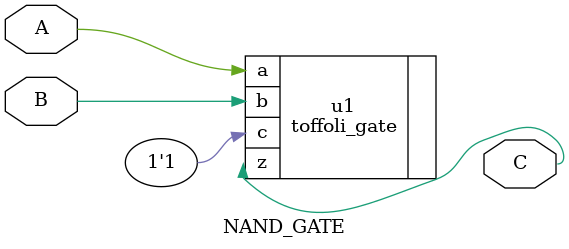
<source format=v>
`timescale 1ns / 1ps


module NAND_GATE(output C, input A, input B);
    
    toffoli_gate u1(.z(C), .a(A), .b(B), .c(1'b1));


endmodule
</source>
